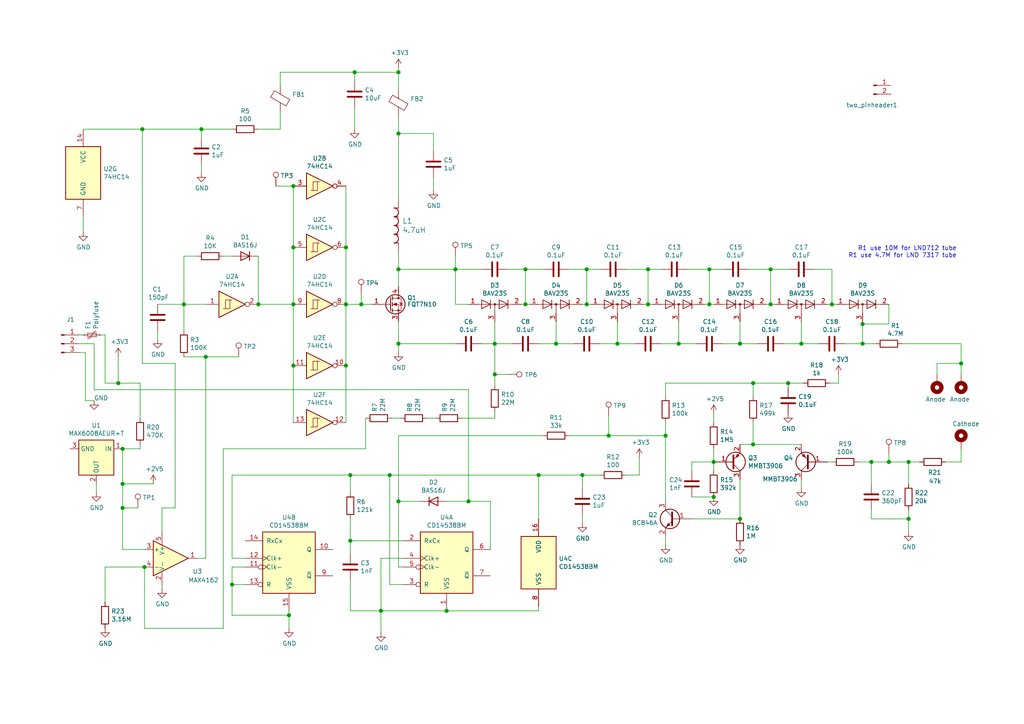
<source format=kicad_sch>
(kicad_sch (version 20210126) (generator eeschema)
  (paper "A4")
  (title_block (title "SafePulse") (date "2021-02-10") (rev "1.10") (company "SafeCast") (comment 1 "Double Sided Version") (comment 2 "A. Lind & R. Oudendijk"))
  (junction (at 34.29 111.125) (diameter 1.016))
  (junction (at 35.56 130.175) (diameter 1.016))
  (junction (at 35.56 140.335) (diameter 1.016))
  (junction (at 35.56 147.32) (diameter 1.016))
  (junction (at 41.275 37.465) (diameter 1.016))
  (junction (at 41.91 164.465) (diameter 1.016))
  (junction (at 53.34 88.265) (diameter 1.016))
  (junction (at 58.42 37.465) (diameter 1.016))
  (junction (at 59.69 103.505) (diameter 1.016))
  (junction (at 67.31 169.545) (diameter 1.016))
  (junction (at 74.93 88.265) (diameter 1.016))
  (junction (at 83.82 178.435) (diameter 1.016))
  (junction (at 85.09 53.975) (diameter 1.016))
  (junction (at 85.09 71.755) (diameter 1.016))
  (junction (at 85.09 88.265) (diameter 1.016))
  (junction (at 85.09 106.045) (diameter 1.016))
  (junction (at 100.33 71.755) (diameter 1.016))
  (junction (at 100.33 88.265) (diameter 1.016))
  (junction (at 100.33 106.045) (diameter 1.016))
  (junction (at 101.6 137.795) (diameter 1.016))
  (junction (at 101.6 156.845) (diameter 1.016))
  (junction (at 102.87 20.955) (diameter 1.016))
  (junction (at 104.775 88.265) (diameter 1.016))
  (junction (at 110.49 177.165) (diameter 1.016))
  (junction (at 113.03 137.795) (diameter 1.016))
  (junction (at 115.57 20.955) (diameter 1.016))
  (junction (at 115.57 38.735) (diameter 1.016))
  (junction (at 115.57 78.105) (diameter 1.016))
  (junction (at 115.57 99.695) (diameter 1.016))
  (junction (at 115.57 145.415) (diameter 1.016))
  (junction (at 129.54 177.165) (diameter 1.016))
  (junction (at 132.08 78.105) (diameter 1.016))
  (junction (at 135.89 145.415) (diameter 1.016))
  (junction (at 143.51 99.695) (diameter 1.016))
  (junction (at 143.51 108.585) (diameter 1.016))
  (junction (at 152.4 78.105) (diameter 1.016))
  (junction (at 152.4 88.265) (diameter 1.016))
  (junction (at 156.21 137.795) (diameter 1.016))
  (junction (at 161.29 99.695) (diameter 1.016))
  (junction (at 168.91 137.795) (diameter 1.016))
  (junction (at 170.18 78.105) (diameter 1.016))
  (junction (at 170.18 88.265) (diameter 1.016))
  (junction (at 176.53 126.365) (diameter 1.016))
  (junction (at 179.07 99.695) (diameter 1.016))
  (junction (at 187.96 78.105) (diameter 1.016))
  (junction (at 187.96 88.265) (diameter 1.016))
  (junction (at 193.04 126.365) (diameter 1.016))
  (junction (at 196.85 99.695) (diameter 1.016))
  (junction (at 205.74 78.105) (diameter 1.016))
  (junction (at 205.74 88.265) (diameter 1.016))
  (junction (at 207.01 133.985) (diameter 1.016))
  (junction (at 207.01 144.145) (diameter 1.016))
  (junction (at 214.63 99.695) (diameter 1.016))
  (junction (at 214.63 150.495) (diameter 1.016))
  (junction (at 218.44 111.125) (diameter 1.016))
  (junction (at 218.44 128.905) (diameter 1.016))
  (junction (at 223.52 78.105) (diameter 1.016))
  (junction (at 223.52 88.265) (diameter 1.016))
  (junction (at 228.6 111.125) (diameter 1.016))
  (junction (at 232.41 99.695) (diameter 1.016))
  (junction (at 241.3 88.265) (diameter 1.016))
  (junction (at 250.19 93.98) (diameter 1.016))
  (junction (at 250.19 99.695) (diameter 1.016))
  (junction (at 252.73 133.985) (diameter 1.016))
  (junction (at 257.81 133.985) (diameter 1.016))
  (junction (at 263.525 133.985) (diameter 1.016))
  (junction (at 263.525 150.495) (diameter 1.016))
  (junction (at 278.765 105.41) (diameter 1.016))
  (wire (pts (xy 22.86 97.155) (xy 24.13 97.155)))
  (wire (pts (xy 22.86 99.695) (xy 27.305 99.695)))
  (wire (pts (xy 22.86 102.235) (xy 24.765 102.235)))
  (wire (pts (xy 24.13 37.465) (xy 41.275 37.465)))
  (wire (pts (xy 24.13 62.865) (xy 24.13 67.31)))
  (wire (pts (xy 24.765 102.235) (xy 24.765 116.205)))
  (wire (pts (xy 24.765 116.205) (xy 27.305 116.205)))
  (wire (pts (xy 27.305 99.695) (xy 27.305 113.03)))
  (wire (pts (xy 27.305 113.03) (xy 135.89 113.03)))
  (wire (pts (xy 27.94 142.875) (xy 27.94 140.335)))
  (wire (pts (xy 29.21 97.155) (xy 30.48 97.155)))
  (wire (pts (xy 30.48 97.155) (xy 30.48 111.125)))
  (wire (pts (xy 30.48 111.125) (xy 34.29 111.125)))
  (wire (pts (xy 30.48 164.465) (xy 30.48 174.625)))
  (wire (pts (xy 34.29 103.505) (xy 34.29 111.125)))
  (wire (pts (xy 34.29 111.125) (xy 40.64 111.125)))
  (wire (pts (xy 35.56 130.175) (xy 35.56 140.335)))
  (wire (pts (xy 35.56 140.335) (xy 35.56 147.32)))
  (wire (pts (xy 35.56 147.32) (xy 35.56 159.385)))
  (wire (pts (xy 35.56 147.32) (xy 40.005 147.32)))
  (wire (pts (xy 40.64 111.125) (xy 40.64 121.285)))
  (wire (pts (xy 40.64 128.905) (xy 40.64 130.175)))
  (wire (pts (xy 40.64 130.175) (xy 35.56 130.175)))
  (wire (pts (xy 41.275 37.465) (xy 58.42 37.465)))
  (wire (pts (xy 41.275 105.41) (xy 41.275 37.465)))
  (wire (pts (xy 41.91 159.385) (xy 35.56 159.385)))
  (wire (pts (xy 41.91 164.465) (xy 30.48 164.465)))
  (wire (pts (xy 41.91 182.245) (xy 41.91 164.465)))
  (wire (pts (xy 44.45 140.335) (xy 35.56 140.335)))
  (wire (pts (xy 45.72 88.265) (xy 53.34 88.265)))
  (wire (pts (xy 45.72 95.885) (xy 45.72 98.425)))
  (wire (pts (xy 46.99 147.32) (xy 50.8 147.32)))
  (wire (pts (xy 46.99 154.305) (xy 46.99 147.32)))
  (wire (pts (xy 46.99 170.815) (xy 46.99 169.545)))
  (wire (pts (xy 50.8 105.41) (xy 41.275 105.41)))
  (wire (pts (xy 50.8 147.32) (xy 50.8 105.41)))
  (wire (pts (xy 53.34 74.295) (xy 53.34 88.265)))
  (wire (pts (xy 53.34 74.295) (xy 57.15 74.295)))
  (wire (pts (xy 53.34 88.265) (xy 53.34 95.885)))
  (wire (pts (xy 53.34 88.265) (xy 59.69 88.265)))
  (wire (pts (xy 53.34 103.505) (xy 59.69 103.505)))
  (wire (pts (xy 57.15 161.925) (xy 59.69 161.925)))
  (wire (pts (xy 58.42 40.005) (xy 58.42 37.465)))
  (wire (pts (xy 58.42 50.165) (xy 58.42 47.625)))
  (wire (pts (xy 59.69 103.505) (xy 69.215 103.505)))
  (wire (pts (xy 59.69 161.925) (xy 59.69 103.505)))
  (wire (pts (xy 64.77 74.295) (xy 67.31 74.295)))
  (wire (pts (xy 64.77 130.175) (xy 64.77 182.245)))
  (wire (pts (xy 64.77 130.175) (xy 106.045 130.175)))
  (wire (pts (xy 64.77 182.245) (xy 41.91 182.245)))
  (wire (pts (xy 67.31 37.465) (xy 58.42 37.465)))
  (wire (pts (xy 67.31 137.795) (xy 67.31 161.925)))
  (wire (pts (xy 67.31 161.925) (xy 71.12 161.925)))
  (wire (pts (xy 67.31 164.465) (xy 67.31 169.545)))
  (wire (pts (xy 67.31 169.545) (xy 67.31 178.435)))
  (wire (pts (xy 67.31 178.435) (xy 83.82 178.435)))
  (wire (pts (xy 71.12 164.465) (xy 67.31 164.465)))
  (wire (pts (xy 71.12 169.545) (xy 67.31 169.545)))
  (wire (pts (xy 74.93 37.465) (xy 81.28 37.465)))
  (wire (pts (xy 74.93 74.295) (xy 74.93 88.265)))
  (wire (pts (xy 74.93 88.265) (xy 85.09 88.265)))
  (wire (pts (xy 80.01 53.975) (xy 85.09 53.975)))
  (wire (pts (xy 81.28 20.955) (xy 102.87 20.955)))
  (wire (pts (xy 81.28 24.765) (xy 81.28 20.955)))
  (wire (pts (xy 81.28 37.465) (xy 81.28 32.385)))
  (wire (pts (xy 83.82 178.435) (xy 83.82 177.165)))
  (wire (pts (xy 83.82 182.245) (xy 83.82 178.435)))
  (wire (pts (xy 85.09 53.975) (xy 85.09 71.755)))
  (wire (pts (xy 85.09 71.755) (xy 85.09 88.265)))
  (wire (pts (xy 85.09 88.265) (xy 85.09 106.045)))
  (wire (pts (xy 85.09 106.045) (xy 85.09 122.555)))
  (wire (pts (xy 100.33 53.975) (xy 100.33 71.755)))
  (wire (pts (xy 100.33 71.755) (xy 100.33 88.265)))
  (wire (pts (xy 100.33 88.265) (xy 100.33 106.045)))
  (wire (pts (xy 100.33 88.265) (xy 104.775 88.265)))
  (wire (pts (xy 100.33 106.045) (xy 100.33 122.555)))
  (wire (pts (xy 101.6 137.795) (xy 67.31 137.795)))
  (wire (pts (xy 101.6 142.875) (xy 101.6 137.795)))
  (wire (pts (xy 101.6 150.495) (xy 101.6 156.845)))
  (wire (pts (xy 101.6 156.845) (xy 101.6 160.655)))
  (wire (pts (xy 101.6 168.275) (xy 101.6 177.165)))
  (wire (pts (xy 101.6 177.165) (xy 110.49 177.165)))
  (wire (pts (xy 102.87 20.955) (xy 115.57 20.955)))
  (wire (pts (xy 102.87 23.495) (xy 102.87 20.955)))
  (wire (pts (xy 102.87 31.115) (xy 102.87 37.465)))
  (wire (pts (xy 104.775 85.09) (xy 104.775 88.265)))
  (wire (pts (xy 104.775 88.265) (xy 107.95 88.265)))
  (wire (pts (xy 106.045 130.175) (xy 106.045 121.285)))
  (wire (pts (xy 110.49 161.925) (xy 110.49 177.165)))
  (wire (pts (xy 110.49 177.165) (xy 110.49 183.515)))
  (wire (pts (xy 110.49 177.165) (xy 129.54 177.165)))
  (wire (pts (xy 113.03 137.795) (xy 101.6 137.795)))
  (wire (pts (xy 113.03 137.795) (xy 156.21 137.795)))
  (wire (pts (xy 113.03 169.545) (xy 113.03 137.795)))
  (wire (pts (xy 113.665 121.285) (xy 116.205 121.285)))
  (wire (pts (xy 115.57 20.955) (xy 115.57 19.685)))
  (wire (pts (xy 115.57 26.035) (xy 115.57 20.955)))
  (wire (pts (xy 115.57 33.655) (xy 115.57 38.735)))
  (wire (pts (xy 115.57 38.735) (xy 115.57 57.785)))
  (wire (pts (xy 115.57 73.025) (xy 115.57 78.105)))
  (wire (pts (xy 115.57 78.105) (xy 132.08 78.105)))
  (wire (pts (xy 115.57 83.185) (xy 115.57 78.105)))
  (wire (pts (xy 115.57 93.345) (xy 115.57 99.695)))
  (wire (pts (xy 115.57 99.695) (xy 132.08 99.695)))
  (wire (pts (xy 115.57 102.235) (xy 115.57 99.695)))
  (wire (pts (xy 115.57 126.365) (xy 157.48 126.365)))
  (wire (pts (xy 115.57 145.415) (xy 115.57 126.365)))
  (wire (pts (xy 115.57 145.415) (xy 121.92 145.415)))
  (wire (pts (xy 115.57 164.465) (xy 115.57 145.415)))
  (wire (pts (xy 116.84 156.845) (xy 101.6 156.845)))
  (wire (pts (xy 116.84 161.925) (xy 110.49 161.925)))
  (wire (pts (xy 116.84 164.465) (xy 115.57 164.465)))
  (wire (pts (xy 116.84 169.545) (xy 113.03 169.545)))
  (wire (pts (xy 123.825 121.285) (xy 126.365 121.285)))
  (wire (pts (xy 125.73 38.735) (xy 115.57 38.735)))
  (wire (pts (xy 125.73 43.815) (xy 125.73 38.735)))
  (wire (pts (xy 125.73 55.245) (xy 125.73 51.435)))
  (wire (pts (xy 129.54 145.415) (xy 135.89 145.415)))
  (wire (pts (xy 129.54 177.165) (xy 156.21 177.165)))
  (wire (pts (xy 132.08 74.295) (xy 132.08 78.105)))
  (wire (pts (xy 132.08 78.105) (xy 132.08 88.265)))
  (wire (pts (xy 133.985 121.285) (xy 143.51 121.285)))
  (wire (pts (xy 135.89 88.265) (xy 132.08 88.265)))
  (wire (pts (xy 135.89 113.03) (xy 135.89 145.415)))
  (wire (pts (xy 135.89 145.415) (xy 142.24 145.415)))
  (wire (pts (xy 139.7 78.105) (xy 132.08 78.105)))
  (wire (pts (xy 139.7 99.695) (xy 143.51 99.695)))
  (wire (pts (xy 142.24 145.415) (xy 142.24 159.385)))
  (wire (pts (xy 143.51 93.345) (xy 143.51 99.695)))
  (wire (pts (xy 143.51 99.695) (xy 143.51 108.585)))
  (wire (pts (xy 143.51 99.695) (xy 148.59 99.695)))
  (wire (pts (xy 143.51 108.585) (xy 143.51 111.76)))
  (wire (pts (xy 143.51 108.585) (xy 147.32 108.585)))
  (wire (pts (xy 143.51 119.38) (xy 143.51 121.285)))
  (wire (pts (xy 151.13 88.265) (xy 152.4 88.265)))
  (wire (pts (xy 152.4 78.105) (xy 147.32 78.105)))
  (wire (pts (xy 152.4 88.265) (xy 152.4 78.105)))
  (wire (pts (xy 152.4 88.265) (xy 153.67 88.265)))
  (wire (pts (xy 156.21 99.695) (xy 161.29 99.695)))
  (wire (pts (xy 156.21 137.795) (xy 168.91 137.795)))
  (wire (pts (xy 156.21 150.495) (xy 156.21 137.795)))
  (wire (pts (xy 156.21 177.165) (xy 156.21 175.895)))
  (wire (pts (xy 157.48 78.105) (xy 152.4 78.105)))
  (wire (pts (xy 161.29 93.345) (xy 161.29 99.695)))
  (wire (pts (xy 161.29 99.695) (xy 166.37 99.695)))
  (wire (pts (xy 165.1 78.105) (xy 170.18 78.105)))
  (wire (pts (xy 165.1 126.365) (xy 176.53 126.365)))
  (wire (pts (xy 168.91 88.265) (xy 170.18 88.265)))
  (wire (pts (xy 168.91 137.795) (xy 173.99 137.795)))
  (wire (pts (xy 168.91 141.605) (xy 168.91 137.795)))
  (wire (pts (xy 168.91 149.225) (xy 168.91 151.765)))
  (wire (pts (xy 170.18 78.105) (xy 173.99 78.105)))
  (wire (pts (xy 170.18 88.265) (xy 170.18 78.105)))
  (wire (pts (xy 170.18 88.265) (xy 171.45 88.265)))
  (wire (pts (xy 173.99 99.695) (xy 179.07 99.695)))
  (wire (pts (xy 176.53 120.65) (xy 176.53 126.365)))
  (wire (pts (xy 176.53 126.365) (xy 193.04 126.365)))
  (wire (pts (xy 179.07 93.345) (xy 179.07 99.695)))
  (wire (pts (xy 179.07 99.695) (xy 184.15 99.695)))
  (wire (pts (xy 181.61 78.105) (xy 187.96 78.105)))
  (wire (pts (xy 181.61 137.795) (xy 185.42 137.795)))
  (wire (pts (xy 185.42 137.795) (xy 185.42 132.715)))
  (wire (pts (xy 186.69 88.265) (xy 187.96 88.265)))
  (wire (pts (xy 187.96 78.105) (xy 191.77 78.105)))
  (wire (pts (xy 187.96 88.265) (xy 187.96 78.105)))
  (wire (pts (xy 187.96 88.265) (xy 189.23 88.265)))
  (wire (pts (xy 191.77 99.695) (xy 196.85 99.695)))
  (wire (pts (xy 193.04 111.125) (xy 193.04 114.935)))
  (wire (pts (xy 193.04 111.125) (xy 218.44 111.125)))
  (wire (pts (xy 193.04 122.555) (xy 193.04 126.365)))
  (wire (pts (xy 193.04 126.365) (xy 193.04 145.415)))
  (wire (pts (xy 193.04 158.115) (xy 193.04 155.575)))
  (wire (pts (xy 196.85 93.345) (xy 196.85 99.695)))
  (wire (pts (xy 196.85 99.695) (xy 201.93 99.695)))
  (wire (pts (xy 199.39 78.105) (xy 205.74 78.105)))
  (wire (pts (xy 200.66 133.985) (xy 207.01 133.985)))
  (wire (pts (xy 200.66 136.525) (xy 200.66 133.985)))
  (wire (pts (xy 200.66 144.145) (xy 207.01 144.145)))
  (wire (pts (xy 200.66 150.495) (xy 214.63 150.495)))
  (wire (pts (xy 204.47 88.265) (xy 205.74 88.265)))
  (wire (pts (xy 205.74 78.105) (xy 209.55 78.105)))
  (wire (pts (xy 205.74 88.265) (xy 205.74 78.105)))
  (wire (pts (xy 205.74 88.265) (xy 207.01 88.265)))
  (wire (pts (xy 207.01 120.015) (xy 207.01 122.555)))
  (wire (pts (xy 207.01 130.175) (xy 207.01 133.985)))
  (wire (pts (xy 207.01 133.985) (xy 207.01 136.525)))
  (wire (pts (xy 209.55 99.695) (xy 214.63 99.695)))
  (wire (pts (xy 214.63 93.345) (xy 214.63 99.695)))
  (wire (pts (xy 214.63 99.695) (xy 219.71 99.695)))
  (wire (pts (xy 214.63 128.905) (xy 218.44 128.905)))
  (wire (pts (xy 214.63 139.065) (xy 214.63 150.495)))
  (wire (pts (xy 217.17 78.105) (xy 223.52 78.105)))
  (wire (pts (xy 218.44 111.125) (xy 218.44 114.935)))
  (wire (pts (xy 218.44 111.125) (xy 228.6 111.125)))
  (wire (pts (xy 218.44 122.555) (xy 218.44 128.905)))
  (wire (pts (xy 218.44 128.905) (xy 232.41 128.905)))
  (wire (pts (xy 222.25 88.265) (xy 223.52 88.265)))
  (wire (pts (xy 223.52 78.105) (xy 228.6 78.105)))
  (wire (pts (xy 223.52 88.265) (xy 223.52 78.105)))
  (wire (pts (xy 223.52 88.265) (xy 224.79 88.265)))
  (wire (pts (xy 227.33 99.695) (xy 232.41 99.695)))
  (wire (pts (xy 228.6 111.125) (xy 228.6 112.395)))
  (wire (pts (xy 228.6 111.125) (xy 233.045 111.125)))
  (wire (pts (xy 232.41 93.345) (xy 232.41 99.695)))
  (wire (pts (xy 232.41 99.695) (xy 237.49 99.695)))
  (wire (pts (xy 232.41 141.605) (xy 232.41 139.065)))
  (wire (pts (xy 236.22 78.105) (xy 241.3 78.105)))
  (wire (pts (xy 240.03 88.265) (xy 241.3 88.265)))
  (wire (pts (xy 240.03 133.985) (xy 241.3 133.985)))
  (wire (pts (xy 240.665 111.125) (xy 243.205 111.125)))
  (wire (pts (xy 241.3 78.105) (xy 241.3 88.265)))
  (wire (pts (xy 241.3 88.265) (xy 242.57 88.265)))
  (wire (pts (xy 243.205 111.125) (xy 243.205 108.585)))
  (wire (pts (xy 245.11 99.695) (xy 250.19 99.695)))
  (wire (pts (xy 248.92 133.985) (xy 252.73 133.985)))
  (wire (pts (xy 250.19 93.345) (xy 250.19 93.98)))
  (wire (pts (xy 250.19 93.98) (xy 250.19 99.695)))
  (wire (pts (xy 250.19 93.98) (xy 257.81 93.98)))
  (wire (pts (xy 250.19 99.695) (xy 254 99.695)))
  (wire (pts (xy 252.73 133.985) (xy 252.73 140.335)))
  (wire (pts (xy 252.73 133.985) (xy 257.81 133.985)))
  (wire (pts (xy 252.73 147.955) (xy 252.73 150.495)))
  (wire (pts (xy 252.73 150.495) (xy 263.525 150.495)))
  (wire (pts (xy 257.81 93.98) (xy 257.81 88.265)))
  (wire (pts (xy 257.81 131.445) (xy 257.81 133.985)))
  (wire (pts (xy 257.81 133.985) (xy 263.525 133.985)))
  (wire (pts (xy 261.62 99.695) (xy 278.765 99.695)))
  (wire (pts (xy 263.525 133.985) (xy 263.525 140.335)))
  (wire (pts (xy 263.525 133.985) (xy 266.7 133.985)))
  (wire (pts (xy 263.525 147.955) (xy 263.525 150.495)))
  (wire (pts (xy 263.525 150.495) (xy 263.525 154.305)))
  (wire (pts (xy 271.78 105.41) (xy 278.765 105.41)))
  (wire (pts (xy 271.78 108.585) (xy 271.78 105.41)))
  (wire (pts (xy 274.32 133.985) (xy 278.765 133.985)))
  (wire (pts (xy 278.765 99.695) (xy 278.765 105.41)))
  (wire (pts (xy 278.765 105.41) (xy 278.765 108.585)))
  (wire (pts (xy 278.765 133.985) (xy 278.765 130.175)))
  (text "R1 use 10M for LND712 tube\nR1 use 4.7M for LND 7317 tube" (at 277.495 74.93 0) (effects (font (size 1.27 1.27)) (justify right bottom)))
  (symbol (lib_id "Connector:TestPoint") (at 40.005 147.32 0) (unit 1) (in_bom no)
    (property "Reference" "TP1" (at 41.402 144.329 0) (effects (justify left)))
    (property "Value" "TestPoint" (effects hide))
    (property "Footprint" "TestPoint:TestPoint_Pad_1.0x1.0mm" (effects hide))
  )
  (symbol (lib_id "Connector:TestPoint") (at 69.215 103.505 0) (unit 1) (in_bom no)
    (property "Reference" "TP2" (at 70.612 100.514 0) (effects (justify left)))
    (property "Value" "TestPoint" (effects hide))
    (property "Footprint" "TestPoint:TestPoint_Pad_1.0x1.0mm" (effects hide))
  )
  (symbol (lib_id "Connector:TestPoint") (at 80.01 53.975 0) (unit 1) (in_bom no)
    (property "Reference" "TP3" (at 81.407 50.984 0) (effects (justify left)))
    (property "Value" "TestPoint" (effects hide))
    (property "Footprint" "TestPoint:TestPoint_Pad_1.0x1.0mm" (effects hide))
  )
  (symbol (lib_id "Connector:TestPoint") (at 104.775 85.09 0) (unit 1) (in_bom no)
    (property "Reference" "TP4" (at 106.172 82.099 0) (effects (justify left)))
    (property "Value" "TestPoint" (effects hide))
    (property "Footprint" "TestPoint:TestPoint_Pad_1.0x1.0mm" (effects hide))
  )
  (symbol (lib_id "Connector:TestPoint") (at 132.08 74.295 0) (unit 1) (in_bom no)
    (property "Reference" "TP5" (at 133.477 71.304 0) (effects (justify left)))
    (property "Value" "TestPoint" (effects hide))
    (property "Footprint" "TestPoint:TestPoint_Pad_1.0x1.0mm" (effects hide))
  )
  (symbol (lib_id "Connector:TestPoint") (at 147.32 108.585 270) (unit 1) (in_bom no)
    (property "Reference" "TP6" (at 152.216 108.712 90) (effects (justify left)))
    (property "Value" "TestPoint" (effects hide))
    (property "Footprint" "TestPoint:TestPoint_Pad_1.0x1.0mm" (effects hide))
  )
  (symbol (lib_id "Connector:TestPoint") (at 176.53 120.65 0) (unit 1) (in_bom no)
    (property "Reference" "TP9" (at 177.927 117.659 0) (effects (justify left)))
    (property "Value" "TestPoint" (effects hide))
    (property "Footprint" "TestPoint:TestPoint_Pad_1.0x1.0mm" (effects hide))
  )
  (symbol (lib_id "Connector:TestPoint") (at 257.81 131.445 0) (unit 1) (in_bom no)
    (property "Reference" "TP8" (at 259.207 128.454 0) (effects (justify left)))
    (property "Value" "TestPoint" (effects hide))
    (property "Footprint" "TestPoint:TestPoint_Pad_1.0x1.0mm" (effects hide))
  )
  (symbol (lib_id "power:+3.3V") (at 34.29 103.505 0) (unit 1)
    (property "Reference" "#PWR04" (effects hide))
    (property "Value" "+3.3V" (at 34.671 99.1108 0))
  )
  (symbol (lib_id "power:+2V5") (at 44.45 140.335 0) (unit 1)
    (property "Reference" "#PWR08" (effects hide))
    (property "Value" "+2V5" (at 44.8183 136.0106 0))
  )
  (symbol (lib_id "power:+3.3V") (at 115.57 19.685 0) (unit 1)
    (property "Reference" "#PWR013" (effects hide))
    (property "Value" "+3.3V" (at 115.951 15.2908 0))
  )
  (symbol (lib_id "power:+3.3V") (at 185.42 132.715 0) (unit 1)
    (property "Reference" "#PWR017" (effects hide))
    (property "Value" "+3.3V" (at 185.801 128.3208 0))
  )
  (symbol (lib_id "power:+2V5") (at 207.01 120.015 0) (unit 1)
    (property "Reference" "#PWR019" (effects hide))
    (property "Value" "+2V5" (at 207.3783 115.6906 0))
  )
  (symbol (lib_id "power:+3V3") (at 243.205 108.585 0) (unit 1)
    (property "Reference" "#PWR024" (effects hide))
    (property "Value" "+3V3" (at 243.5733 104.2606 0))
  )
  (symbol (lib_id "power:GND") (at 24.13 67.31 0) (unit 1)
    (property "Reference" "#PWR03" (effects hide))
    (property "Value" "GND" (at 24.257 71.7042 0))
  )
  (symbol (lib_id "power:GND") (at 27.305 116.205 0) (unit 1)
    (property "Reference" "#PWR05" (effects hide))
    (property "Value" "GND" (at 29.3243 115.4494 0))
  )
  (symbol (lib_id "power:GND") (at 27.94 142.875 0) (unit 1)
    (property "Reference" "#PWR01" (effects hide))
    (property "Value" "GND" (at 28.067 147.2692 0))
  )
  (symbol (lib_id "power:GND") (at 30.48 182.245 0) (unit 1)
    (property "Reference" "#PWR02" (effects hide))
    (property "Value" "GND" (at 30.607 186.6392 0))
  )
  (symbol (lib_id "power:GND") (at 45.72 98.425 0) (unit 1)
    (property "Reference" "#PWR06" (effects hide))
    (property "Value" "GND" (at 45.847 102.8192 0))
  )
  (symbol (lib_id "power:GND") (at 46.99 170.815 0) (unit 1)
    (property "Reference" "#PWR07" (effects hide))
    (property "Value" "GND" (at 47.117 175.2092 0))
  )
  (symbol (lib_id "power:GND") (at 58.42 50.165 0) (unit 1)
    (property "Reference" "#PWR09" (effects hide))
    (property "Value" "GND" (at 58.547 54.5592 0))
  )
  (symbol (lib_id "power:GND") (at 83.82 182.245 0) (unit 1)
    (property "Reference" "#PWR010" (effects hide))
    (property "Value" "GND" (at 83.947 186.6392 0))
  )
  (symbol (lib_id "power:GND") (at 102.87 37.465 0) (unit 1)
    (property "Reference" "#PWR011" (effects hide))
    (property "Value" "GND" (at 102.997 41.8592 0))
  )
  (symbol (lib_id "power:GND") (at 110.49 183.515 0) (unit 1)
    (property "Reference" "#PWR012" (effects hide))
    (property "Value" "GND" (at 110.617 187.9092 0))
  )
  (symbol (lib_id "power:GND") (at 115.57 102.235 0) (unit 1)
    (property "Reference" "#PWR014" (effects hide))
    (property "Value" "GND" (at 115.697 106.6292 0))
  )
  (symbol (lib_id "power:GND") (at 125.73 55.245 0) (unit 1)
    (property "Reference" "#PWR015" (effects hide))
    (property "Value" "GND" (at 125.857 59.6392 0))
  )
  (symbol (lib_id "power:GND") (at 168.91 151.765 0) (unit 1)
    (property "Reference" "#PWR016" (effects hide))
    (property "Value" "GND" (at 169.037 156.1592 0))
  )
  (symbol (lib_id "power:GND") (at 193.04 158.115 0) (unit 1)
    (property "Reference" "#PWR018" (effects hide))
    (property "Value" "GND" (at 193.167 162.5092 0))
  )
  (symbol (lib_id "power:GND") (at 207.01 144.145 0) (unit 1)
    (property "Reference" "#PWR020" (effects hide))
    (property "Value" "GND" (at 207.1243 148.4694 0))
  )
  (symbol (lib_id "power:GND") (at 214.63 158.115 0) (unit 1)
    (property "Reference" "#PWR021" (effects hide))
    (property "Value" "GND" (at 214.7443 162.4394 0))
  )
  (symbol (lib_id "power:GND") (at 228.6 120.015 0) (unit 1)
    (property "Reference" "#PWR022" (effects hide))
    (property "Value" "GND" (at 228.7143 124.3394 0))
  )
  (symbol (lib_id "power:GND") (at 232.41 141.605 0) (unit 1)
    (property "Reference" "#PWR023" (effects hide))
    (property "Value" "GND" (at 232.537 145.9992 0))
  )
  (symbol (lib_id "power:GND") (at 263.525 154.305 0) (unit 1)
    (property "Reference" "#PWR025" (effects hide))
    (property "Value" "GND" (at 263.6393 158.6294 0))
  )
  (symbol (lib_id "Device:Polyfuse_Small") (at 26.67 97.155 90) (unit 1)
    (property "Reference" "F1" (at 25.521 95.504 0) (effects (justify left)))
    (property "Value" "Polyfuse" (at 27.8193 95.5039 0) (effects (justify left)))
    (property "Footprint" "Resistor_SMD:R_0805_2012Metric" (effects hide))
    (property "Datasheet" "https://www.digikey.com/en/products/detail/murata-electronics/PRG21BC0R2MM1RA/966726" (effects hide))
  )
  (symbol (lib_id "Device:R") (at 30.48 178.435 0) (unit 1)
    (property "Reference" "R23" (at 32.258 177.267 0) (effects (justify left)))
    (property "Value" "3.16M" (at 32.258 179.578 0) (effects (justify left)))
    (property "Footprint" "Resistor_SMD:R_0805_2012Metric" (effects hide))
    (property "Datasheet" "https://www.digikey.com/en/products/detail/yageo/RC0805FR-073M16L/727809" (effects hide))
  )
  (symbol (lib_id "Device:R") (at 40.64 125.095 0) (unit 1)
    (property "Reference" "R20" (at 42.418 123.927 0) (effects (justify left)))
    (property "Value" "470K" (at 42.418 126.238 0) (effects (justify left)))
    (property "Footprint" "Resistor_SMD:R_0805_2012Metric" (effects hide))
    (property "Datasheet" "https://www.digikey.com/en/products/detail/te-connectivity-passive-product/CRG0805F470K/2380908" (effects hide))
  )
  (symbol (lib_id "Device:R") (at 53.34 99.695 0) (unit 1)
    (property "Reference" "R3" (at 55.118 98.5266 0) (effects (justify left)))
    (property "Value" "100K" (at 55.118 100.838 0) (effects (justify left)))
    (property "Footprint" "Resistor_SMD:R_0805_2012Metric" (effects hide))
    (property "Datasheet" "https://www.digikey.com/en/products/detail/stackpole-electronics-inc/RMCF0805FT100K/1760712" (effects hide))
  )
  (symbol (lib_id "Device:R") (at 60.96 74.295 90) (unit 1)
    (property "Reference" "R4" (at 60.96 69.0372 90))
    (property "Value" "10K" (at 60.96 71.349 90))
    (property "Footprint" "Resistor_SMD:R_0805_2012Metric" (effects hide))
    (property "Datasheet" "https://www.digikey.com/en/products/detail/stackpole-electronics-https://www.digikey.com/en/products/detail/stackpole-electronics-inc/RNCP0805FTD10K0/2240262" (effects hide))
  )
  (symbol (lib_id "Device:R") (at 71.12 37.465 90) (unit 1)
    (property "Reference" "R5" (at 71.12 32.2072 90))
    (property "Value" "100" (at 71.12 34.519 90))
    (property "Footprint" "Resistor_SMD:R_0805_2012Metric" (effects hide))
    (property "Datasheet" "https://www.digikey.com/en/products/detail/te-connectivity-passive-product/CRG0805F100R/2380830" (effects hide))
  )
  (symbol (lib_id "Device:R") (at 101.6 146.685 0) (unit 1)
    (property "Reference" "R6" (at 103.378 145.5166 0) (effects (justify left)))
    (property "Value" "121k" (at 103.378 147.828 0) (effects (justify left)))
    (property "Footprint" "Resistor_SMD:R_0805_2012Metric" (effects hide))
    (property "Datasheet" "https://www.digikey.com/en/products/detail/koa-speer-electronics-inc/RK73H2ATTD1213F/10235721" (effects hide))
  )
  (symbol (lib_id "Device:R") (at 109.855 121.285 90) (unit 1)
    (property "Reference" "R7" (at 108.6866 119.507 0) (effects (justify left)))
    (property "Value" "22M" (at 110.998 119.507 0) (effects (justify left)))
    (property "Footprint" "Resistor_SMD:R_0805_2012Metric" (effects hide))
    (property "Datasheet" "https://www.digikey.com/en/products/detail/stackpole-electronics-inc/RMCF0805FT22M0/6053747" (effects hide))
  )
  (symbol (lib_id "Device:R") (at 120.015 121.285 90) (unit 1)
    (property "Reference" "R8" (at 118.8466 119.507 0) (effects (justify left)))
    (property "Value" "22M" (at 121.158 119.507 0) (effects (justify left)))
    (property "Footprint" "Resistor_SMD:R_0805_2012Metric" (effects hide))
    (property "Datasheet" "https://www.digikey.com/en/products/detail/stackpole-electronics-inc/RMCF0805FT22M0/6053747" (effects hide))
  )
  (symbol (lib_id "Device:R") (at 130.175 121.285 90) (unit 1)
    (property "Reference" "R9" (at 129.0066 119.507 0) (effects (justify left)))
    (property "Value" "22M" (at 131.318 119.507 0) (effects (justify left)))
    (property "Footprint" "Resistor_SMD:R_0805_2012Metric" (effects hide))
    (property "Datasheet" "https://www.digikey.com/en/products/detail/stackpole-electronics-inc/RMCF0805FT22M0/6053747" (effects hide))
  )
  (symbol (lib_id "Device:R") (at 143.51 115.57 0) (unit 1)
    (property "Reference" "R10" (at 145.288 114.4016 0) (effects (justify left)))
    (property "Value" "22M" (at 145.288 116.713 0) (effects (justify left)))
    (property "Footprint" "Resistor_SMD:R_0805_2012Metric" (effects hide))
    (property "Datasheet" "https://www.digikey.com/en/products/detail/stackpole-electronics-inc/RMCF0805FT22M0/6053747" (effects hide))
  )
  (symbol (lib_id "Device:R") (at 161.29 126.365 90) (unit 1)
    (property "Reference" "R11" (at 161.29 121.1072 90))
    (property "Value" "33k" (at 161.29 123.4186 90))
    (property "Footprint" "Resistor_SMD:R_0805_2012Metric" (effects hide))
    (property "Datasheet" "https://www.digikey.com/en/products/detail/te-connectivity-passive-product/CRGCQ0805F33K/8576369" (effects hide))
  )
  (symbol (lib_id "Device:R") (at 177.8 137.795 270) (unit 1)
    (property "Reference" "R12" (at 177.8 132.5372 90))
    (property "Value" "100" (at 177.8 134.8486 90))
    (property "Footprint" "Resistor_SMD:R_0805_2012Metric" (effects hide))
    (property "Datasheet" "https://www.digikey.com/en/products/detail/te-connectivity-passive-product/CRG0805F100R/2380830" (effects hide))
  )
  (symbol (lib_id "Device:R") (at 193.04 118.745 0) (unit 1)
    (property "Reference" "R13" (at 194.8181 117.5956 0) (effects (justify left)))
    (property "Value" "100k" (at 194.818 119.894 0) (effects (justify left)))
    (property "Footprint" "Resistor_SMD:R_0805_2012Metric" (effects hide))
    (property "Datasheet" "https://www.digikey.com/en/products/detail/stackpole-electronics-inc/RMCF0805FT100K/1760712" (effects hide))
  )
  (symbol (lib_id "Device:R") (at 207.01 126.365 0) (unit 1)
    (property "Reference" "R14" (at 208.7881 125.2156 0) (effects (justify left)))
    (property "Value" "1M5" (at 208.788 127.514 0) (effects (justify left)))
    (property "Footprint" "Resistor_SMD:R_0805_2012Metric" (effects hide))
    (property "Datasheet" "https://www.digikey.com/en/products/detail/vishay-dale/CRCW08051M50FKEA/1176034" (effects hide))
  )
  (symbol (lib_id "Device:R") (at 207.01 140.335 0) (unit 1)
    (property "Reference" "R15" (at 208.7881 139.1856 0) (effects (justify left)))
    (property "Value" "392k" (at 208.788 141.484 0) (effects (justify left)))
    (property "Footprint" "Resistor_SMD:R_0805_2012Metric" (effects hide))
    (property "Datasheet" "https://www.digikey.com/en/products/detail/yageo/RC0805FR-07392KL/727905" (effects hide))
  )
  (symbol (lib_id "Device:R") (at 214.63 154.305 0) (unit 1)
    (property "Reference" "R16" (at 216.4081 153.1556 0) (effects (justify left)))
    (property "Value" "1M" (at 216.408 155.454 0) (effects (justify left)))
    (property "Footprint" "Resistor_SMD:R_0805_2012Metric" (effects hide))
    (property "Datasheet" "https://www.digikey.com/en/products/detail/yageo/RT0805FRE071ML/1079056" (effects hide))
  )
  (symbol (lib_id "Device:R") (at 218.44 118.745 0) (unit 1)
    (property "Reference" "R17" (at 220.2181 117.5956 0) (effects (justify left)))
    (property "Value" "499k" (at 220.218 119.894 0) (effects (justify left)))
    (property "Footprint" "Resistor_SMD:R_0805_2012Metric" (effects hide))
    (property "Datasheet" "https://www.digikey.com/en/products/detail/stackpole-electronics-inc/RMCF0805FT499K/1760301" (effects hide))
  )
  (symbol (lib_id "Device:R") (at 236.855 111.125 90) (unit 1)
    (property "Reference" "R18" (at 236.855 105.8988 90))
    (property "Value" "1k" (at 236.855 108.197 90))
    (property "Footprint" "Resistor_SMD:R_0805_2012Metric" (effects hide))
    (property "Datasheet" "https://www.digikey.com/en/products/detail/yageo/RT0805FRE071KL/1079055" (effects hide))
  )
  (symbol (lib_id "Device:R") (at 245.11 133.985 90) (unit 1)
    (property "Reference" "R19" (at 245.11 128.7588 90))
    (property "Value" "100k" (at 245.11 131.058 90))
    (property "Footprint" "Resistor_SMD:R_0805_2012Metric" (effects hide))
    (property "Datasheet" "https://www.digikey.com/en/products/detail/stackpole-electronics-inc/RMCF0805FT100K/1760712" (effects hide))
  )
  (symbol (lib_id "Device:R") (at 257.81 99.695 90) (unit 1)
    (property "Reference" "R1" (at 259.715 94.437 90))
    (property "Value" "4.7M" (at 259.715 96.749 90))
    (property "Footprint" "Resistor_SMD:R_1206_3216Metric" (effects hide))
    (property "Datasheet" "https://www.digikey.com/en/products/detail/rohm-semiconductor/KTR18EZPF4704/1983735" (effects hide))
  )
  (symbol (lib_id "Device:R") (at 263.525 144.145 0) (unit 1)
    (property "Reference" "R22" (at 265.3031 142.9956 0) (effects (justify left)))
    (property "Value" "20k" (at 265.303 145.294 0) (effects (justify left)))
    (property "Footprint" "Resistor_SMD:R_0805_2012Metric" (effects hide))
    (property "Datasheet" "https://www.digikey.com/en/products/detail/panasonic-electronic-components/ERJ-6ENF2002V/111532" (effects hide))
  )
  (symbol (lib_id "Device:R") (at 270.51 133.985 270) (unit 1)
    (property "Reference" "R21" (at 269.1194 137.0331 90) (effects (justify left)))
    (property "Value" "47k" (at 269.361 139.573 90) (effects (justify left)))
    (property "Footprint" "Resistor_SMD:R_0805_2012Metric" (effects hide))
    (property "Datasheet" "https://www.digikey.com/en/products/detail/yageo/RC0805FR-0747KL/727973" (effects hide))
  )
  (symbol (lib_id "Mechanical:MountingHole_Pad") (at 271.78 111.125 180) (unit 1)
    (property "Reference" "H4" (effects hide))
    (property "Value" "Anode" (at 274.32 115.818 0) (effects (justify left)))
    (property "Footprint" "TestPoint:TestPoint_Loop_D3.50mm_Drill1.4mm_Beaded" (effects hide))
  )
  (symbol (lib_id "Mechanical:MountingHole_Pad") (at 278.765 111.125 180) (unit 1)
    (property "Reference" "H2" (effects hide))
    (property "Value" "Anode" (at 281.305 115.818 0) (effects (justify left)))
    (property "Footprint" "TestPoint:TestPoint_Loop_D3.50mm_Drill1.4mm_Beaded" (effects hide))
  )
  (symbol (lib_id "Mechanical:MountingHole_Pad") (at 278.765 127.635 0) (unit 1)
    (property "Reference" "H1" (effects hide))
    (property "Value" "Cathode" (at 276.225 122.942 0) (effects (justify left)))
    (property "Footprint" "TestPoint:TestPoint_Loop_D2.60mm_Drill1.4mm_Beaded" (effects hide))
  )
  (symbol (lib_id "Diode:1N4148W") (at 71.12 74.295 180) (unit 1)
    (property "Reference" "D1" (at 71.12 68.7832 0))
    (property "Value" "BAS16J" (at 71.12 71.095 0))
    (property "Footprint" "Diode_SMD:D_SOD-323" (effects hide))
    (property "Datasheet" "https://www.digikey.com/en/products/detail/nexperia-usa-inc/BAS16J135/2405996" (effects hide))
  )
  (symbol (lib_id "Diode:1N4148W") (at 125.73 145.415 0) (unit 1)
    (property "Reference" "D2" (at 125.73 139.9032 0))
    (property "Value" "BAS16J" (at 125.73 142.215 0))
    (property "Footprint" "Diode_SMD:D_SOD-323" (effects hide))
    (property "Datasheet" "https://www.digikey.com/en/products/detail/nexperia-usa-inc/BAS16J135/2405996" (effects hide))
  )
  (symbol (lib_id "Connector:Conn_01x02_Male") (at 253.365 24.765 0) (unit 1)
    (property "Reference" "two_pinheader1" (at 252.882 30.461 0))
    (property "Value" "Conn_01x03_Male" (effects hide))
    (property "Footprint" "Connector_PinHeader_2.54mm:PinHeader_1x02_P2.54mm_Vertical" (effects hide))
  )
  (symbol (lib_id "2021-01-06_02-33-04:NRS6020T2R2NMGJ") (at 115.57 73.025 90) (unit 1)
    (property "Reference" "L1" (at 116.6876 64.0588 90) (effects (font (size 1.524 1.524)) (justify right)))
    (property "Value" "4.7uH" (at 116.688 66.751 90) (effects (font (size 1.524 1.524)) (justify right)))
    (property "Footprint" "Inductor_SMD:L_Taiyo-Yuden_MD-4040" (effects hide))
    (property "Datasheet" "https://www.digikey.com/en/products/detail/taiyo-yuden/MDWK4040T4R7MM/5880041" (effects hide))
  )
  (symbol (lib_id "Device:C") (at 45.72 92.075 0) (unit 1)
    (property "Reference" "C1" (at 44.196 83.9216 0) (effects (justify left)))
    (property "Value" "150pF" (at 42.926 86.233 0) (effects (justify left)))
    (property "Footprint" "Capacitor_SMD:C_0805_2012Metric" (effects hide))
    (property "Datasheet" "https://www.digikey.com/en/products/detail/w%C3%BCrth-elektronik/885012207111/9346002" (effects hide))
  )
  (symbol (lib_id "Device:C") (at 58.42 43.815 0) (unit 1)
    (property "Reference" "C2" (at 61.341 42.6466 0) (effects (justify left)))
    (property "Value" "1uF" (at 61.341 44.958 0) (effects (justify left)))
    (property "Footprint" "Capacitor_SMD:C_0805_2012Metric" (effects hide))
    (property "Datasheet" "https://www.digikey.com/en/products/detail/samsung-electro-mechanics/CL21B105KOFNNNG/3894469" (effects hide))
  )
  (symbol (lib_id "Device:C") (at 101.6 164.465 0) (unit 1)
    (property "Reference" "C3" (at 104.521 163.2966 0) (effects (justify left)))
    (property "Value" "1nF" (at 104.521 165.608 0) (effects (justify left)))
    (property "Footprint" "Capacitor_SMD:C_0805_2012Metric" (effects hide))
    (property "Datasheet" "https://www.digikey.jp/product-detail/en/CL21B105KOFNNNG/1276-6471-1-ND/5958099/?itemSeq=353431115" (effects hide))
  )
  (symbol (lib_id "Device:C") (at 102.87 27.305 0) (unit 1)
    (property "Reference" "C4" (at 105.791 26.1366 0) (effects (justify left)))
    (property "Value" "10uF" (at 105.791 28.448 0) (effects (justify left)))
    (property "Footprint" "Capacitor_SMD:C_1210_3225Metric" (effects hide))
    (property "Datasheet" "https://www.digikey.com/en/products/detail/taiyo-yuden/EMK325BJ106KN-T/930729" (effects hide))
  )
  (symbol (lib_id "Device:C") (at 125.73 47.625 0) (unit 1)
    (property "Reference" "C5" (at 128.651 46.4566 0) (effects (justify left)))
    (property "Value" "1uF" (at 128.651 48.768 0) (effects (justify left)))
    (property "Footprint" "Capacitor_SMD:C_0805_2012Metric" (effects hide))
    (property "Datasheet" "https://www.digikey.com/en/products/detail/samsung-electro-mechanics/CL21B105KOFNNNG/3894469" (effects hide))
  )
  (symbol (lib_id "Device:C") (at 135.89 99.695 90) (unit 1)
    (property "Reference" "C6" (at 135.89 93.2942 90))
    (property "Value" "0.1uF" (at 135.89 95.6056 90))
    (property "Footprint" "Capacitor_SMD:C_0805_2012Metric" (effects hide))
    (property "Datasheet" "https://www.digikey.com/en/products/detail/tdk-corporation/C2012X7T2E104K125AA/2733184" (effects hide))
  )
  (symbol (lib_id "Device:C") (at 143.51 78.105 90) (unit 1)
    (property "Reference" "C7" (at 143.51 71.7042 90))
    (property "Value" "0.1uF" (at 143.51 74.0156 90))
    (property "Footprint" "Capacitor_SMD:C_0805_2012Metric" (effects hide))
    (property "Datasheet" "https://www.digikey.com/en/products/detail/tdk-corporation/C2012X7T2E104K125AA/2733184" (effects hide))
  )
  (symbol (lib_id "Device:C") (at 152.4 99.695 90) (unit 1)
    (property "Reference" "C8" (at 152.4 93.2942 90))
    (property "Value" "0.1uF" (at 152.4 95.6056 90))
    (property "Footprint" "Capacitor_SMD:C_0805_2012Metric" (effects hide))
    (property "Datasheet" "https://www.digikey.com/en/products/detail/tdk-corporation/C2012X7T2E104K125AA/2733184" (effects hide))
  )
  (symbol (lib_id "Device:C") (at 161.29 78.105 90) (unit 1)
    (property "Reference" "C9" (at 161.29 71.7042 90))
    (property "Value" "0.1uF" (at 161.29 74.0156 90))
    (property "Footprint" "Capacitor_SMD:C_0805_2012Metric" (effects hide))
    (property "Datasheet" "https://www.digikey.com/en/products/detail/tdk-corporation/C2012X7T2E104K125AA/2733184" (effects hide))
  )
  (symbol (lib_id "Device:C") (at 168.91 145.415 0) (unit 1)
    (property "Reference" "C23" (at 171.831 144.247 0) (effects (justify left)))
    (property "Value" "1uF" (at 171.831 146.558 0) (effects (justify left)))
    (property "Footprint" "Capacitor_SMD:C_0805_2012Metric" (effects hide))
    (property "Datasheet" "https://www.digikey.com/en/products/detail/samsung-electro-mechanics/CL21B105KOFNNNG/3894469" (effects hide))
  )
  (symbol (lib_id "Device:C") (at 170.18 99.695 90) (unit 1)
    (property "Reference" "C10" (at 170.18 93.294 90))
    (property "Value" "0.1uF" (at 170.18 95.6056 90))
    (property "Footprint" "Capacitor_SMD:C_0805_2012Metric" (effects hide))
    (property "Datasheet" "https://www.digikey.com/en/products/detail/tdk-corporation/C2012X7T2E104K125AA/2733184" (effects hide))
  )
  (symbol (lib_id "Device:C") (at 177.8 78.105 90) (unit 1)
    (property "Reference" "C11" (at 177.8 71.704 90))
    (property "Value" "0.1uF" (at 177.8 74.0156 90))
    (property "Footprint" "Capacitor_SMD:C_0805_2012Metric" (effects hide))
    (property "Datasheet" "https://www.digikey.com/en/products/detail/tdk-corporation/C2012X7T2E104K125AA/2733184" (effects hide))
  )
  (symbol (lib_id "Device:C") (at 187.96 99.695 90) (unit 1)
    (property "Reference" "C12" (at 187.96 93.294 90))
    (property "Value" "0.1uF" (at 187.96 95.6056 90))
    (property "Footprint" "Capacitor_SMD:C_0805_2012Metric" (effects hide))
    (property "Datasheet" "https://www.digikey.com/en/products/detail/tdk-corporation/C2012X7T2E104K125AA/2733184" (effects hide))
  )
  (symbol (lib_id "Device:C") (at 195.58 78.105 90) (unit 1)
    (property "Reference" "C13" (at 195.58 71.704 90))
    (property "Value" "0.1uF" (at 195.58 74.0156 90))
    (property "Footprint" "Capacitor_SMD:C_0805_2012Metric" (effects hide))
    (property "Datasheet" "https://www.digikey.com/en/products/detail/tdk-corporation/C2012X7T2E104K125AA/2733184" (effects hide))
  )
  (symbol (lib_id "Device:C") (at 200.66 140.335 0) (unit 1)
    (property "Reference" "C24" (at 194.0561 139.1856 0) (effects (justify left)))
    (property "Value" "1nF" (at 194.056 141.484 0) (effects (justify left)))
    (property "Footprint" "Capacitor_SMD:C_0805_2012Metric" (effects hide))
    (property "Datasheet" "https://www.digikey.jp/product-detail/en/CL21B105KOFNNNG/1276-6471-1-ND/5958099/?itemSeq=353431115" (effects hide))
  )
  (symbol (lib_id "Device:C") (at 205.74 99.695 90) (unit 1)
    (property "Reference" "C14" (at 205.74 93.294 90))
    (property "Value" "0.1uF" (at 205.74 95.6056 90))
    (property "Footprint" "Capacitor_SMD:C_0805_2012Metric" (effects hide))
    (property "Datasheet" "https://www.digikey.com/en/products/detail/tdk-corporation/C2012X7T2E104K125AA/2733184" (effects hide))
  )
  (symbol (lib_id "Device:C") (at 213.36 78.105 90) (unit 1)
    (property "Reference" "C15" (at 213.36 71.704 90))
    (property "Value" "0.1uF" (at 213.36 74.0156 90))
    (property "Footprint" "Capacitor_SMD:C_0805_2012Metric" (effects hide))
    (property "Datasheet" "https://www.digikey.com/en/products/detail/tdk-corporation/C2012X7T2E104K125AA/2733184" (effects hide))
  )
  (symbol (lib_id "Device:C") (at 223.52 99.695 90) (unit 1)
    (property "Reference" "C16" (at 223.52 93.294 90))
    (property "Value" "0.1uF" (at 223.52 95.6056 90))
    (property "Footprint" "Capacitor_SMD:C_0805_2012Metric" (effects hide))
    (property "Datasheet" "https://www.digikey.com/en/products/detail/tdk-corporation/C2012X7T2E104K125AA/2733184" (effects hide))
  )
  (symbol (lib_id "Device:C") (at 228.6 116.205 0) (unit 1)
    (property "Reference" "C19" (at 231.5211 115.0556 0) (effects (justify left)))
    (property "Value" "0.1uF" (at 231.521 117.354 0) (effects (justify left)))
    (property "Footprint" "Capacitor_SMD:C_0805_2012Metric" (effects hide))
    (property "Datasheet" "https://www.digikey.com/en/products/detail/tdk-corporation/C2012X7T2E104K125AA/2733184" (effects hide))
  )
  (symbol (lib_id "Device:C") (at 232.41 78.105 90) (unit 1)
    (property "Reference" "C17" (at 232.41 71.704 90))
    (property "Value" "0.1uF" (at 232.41 74.0156 90))
    (property "Footprint" "Capacitor_SMD:C_0805_2012Metric" (effects hide))
    (property "Datasheet" "https://www.digikey.com/en/products/detail/tdk-corporation/C2012X7T2E104K125AA/2733184" (effects hide))
  )
  (symbol (lib_id "Device:C") (at 241.3 99.695 90) (unit 1)
    (property "Reference" "C18" (at 241.3 93.294 90))
    (property "Value" "0.1uF" (at 241.3 95.6056 90))
    (property "Footprint" "Capacitor_SMD:C_0805_2012Metric" (effects hide))
    (property "Datasheet" "https://www.digikey.com/en/products/detail/tdk-corporation/C2012X7T2E104K125AA/2733184" (effects hide))
  )
  (symbol (lib_id "Device:C") (at 252.73 144.145 0) (unit 1)
    (property "Reference" "C22" (at 255.6511 142.9956 0) (effects (justify left)))
    (property "Value" "360pF" (at 255.651 145.294 0) (effects (justify left)))
    (property "Footprint" "Capacitor_SMD:C_0805_2012Metric" (effects hide))
    (property "Datasheet" "https://www.digikey.com/en/products/detail/kemet/C0805C361J1GAC7800/2212653" (effects hide))
  )
  (symbol (lib_id "Connector:Conn_01x03_Male") (at 17.78 99.695 0) (unit 1)
    (property "Reference" "J1" (at 20.472 92.691 0))
    (property "Value" "Conn_01x03_Male" (effects hide))
    (property "Footprint" "Connector_PinHeader_2.54mm:PinHeader_1x03_P2.54mm_Vertical" (effects hide))
  )
  (symbol (lib_id "Device:Ferrite_Bead") (at 81.28 28.575 0) (unit 1)
    (property "Reference" "FB1" (at 84.7598 27.4066 0) (effects (justify left)))
    (property "Value" "BKP2125HS221-T" (effects hide))
    (property "Footprint" "Resistor_SMD:R_0805_2012Metric" (effects hide))
    (property "Datasheet" "https://www.digikey.com/en/products/detail/bourns-inc/MH2029-221Y/3767626" (effects hide))
  )
  (symbol (lib_id "Device:Ferrite_Bead") (at 115.57 29.845 0) (unit 1)
    (property "Reference" "FB2" (at 119.0498 28.6766 0) (effects (justify left)))
    (property "Value" "BKP2125HS221-T" (effects hide))
    (property "Footprint" "Resistor_SMD:R_0805_2012Metric" (effects hide))
    (property "Datasheet" "https://www.digikey.com/en/products/detail/bourns-inc/MH2029-221Y/3767626" (effects hide))
  )
  (symbol (lib_id "Transistor_BJT:BC846") (at 195.58 150.495 0) (mirror y) (unit 1)
    (property "Reference" "Q2" (at 190.7286 149.3266 0) (effects (justify left)))
    (property "Value" "BC846A" (at 190.7286 151.638 0) (effects (justify left)))
    (property "Footprint" "Package_TO_SOT_SMD:SOT-23" (effects hide))
    (property "Datasheet" "https://www.digikey.com/en/products/detail/diodes-incorporated/BC846A-7-F/1934446" (effects hide))
  )
  (symbol (lib_id "Transistor_BJT:MMBT3906") (at 212.09 133.985 0) (mirror x) (unit 1)
    (property "Reference" "Q3" (at 216.9415 132.8356 0) (effects (justify left)))
    (property "Value" "MMBT3906" (at 216.9415 135.1343 0) (effects (justify left)))
    (property "Footprint" "Package_TO_SOT_SMD:SOT-23" (effects hide))
    (property "Datasheet" "https://www.fairchildsemi.com/datasheets/2N/2N3906.pdf" (effects hide))
  )
  (symbol (lib_id "Transistor_BJT:MMBT3906") (at 234.95 133.985 180) (unit 1)
    (property "Reference" "Q4" (at 230.0985 132.8356 0) (effects (justify left)))
    (property "Value" "MMBT3906" (at 231.3685 138.9443 0) (effects (justify left)))
    (property "Footprint" "Package_TO_SOT_SMD:SOT-23" (effects hide))
    (property "Datasheet" "https://www.fairchildsemi.com/datasheets/2N/2N3906.pdf" (effects hide))
  )
  (symbol (lib_id "Diode:BAV99") (at 143.51 88.265 0) (unit 1)
    (property "Reference" "D3" (at 143.51 82.7786 0))
    (property "Value" "BAV23S" (at 143.51 85.09 0))
    (property "Footprint" "Package_TO_SOT_SMD:SOT-23" (effects hide))
    (property "Datasheet" "https://www.digikey.com/en/products/detail/on-semiconductor/BAV23S/965240" (effects hide))
  )
  (symbol (lib_id "Diode:BAV99") (at 161.29 88.265 0) (unit 1)
    (property "Reference" "D4" (at 161.29 82.7786 0))
    (property "Value" "BAV23S" (at 161.29 85.09 0))
    (property "Footprint" "Package_TO_SOT_SMD:SOT-23" (effects hide))
    (property "Datasheet" "https://www.digikey.com/en/products/detail/on-semiconductor/BAV23S/965240" (effects hide))
  )
  (symbol (lib_id "Diode:BAV99") (at 179.07 88.265 0) (unit 1)
    (property "Reference" "D5" (at 179.07 82.7786 0))
    (property "Value" "BAV23S" (at 179.07 85.09 0))
    (property "Footprint" "Package_TO_SOT_SMD:SOT-23" (effects hide))
    (property "Datasheet" "https://www.digikey.com/en/products/detail/on-semiconductor/BAV23S/965240" (effects hide))
  )
  (symbol (lib_id "Diode:BAV99") (at 196.85 88.265 0) (unit 1)
    (property "Reference" "D6" (at 196.85 82.7786 0))
    (property "Value" "BAV23S" (at 196.85 85.09 0))
    (property "Footprint" "Package_TO_SOT_SMD:SOT-23" (effects hide))
    (property "Datasheet" "https://www.digikey.com/en/products/detail/on-semiconductor/BAV23S/965240" (effects hide))
  )
  (symbol (lib_id "Diode:BAV99") (at 214.63 88.265 0) (unit 1)
    (property "Reference" "D7" (at 214.63 82.7786 0))
    (property "Value" "BAV23S" (at 214.63 85.09 0))
    (property "Footprint" "Package_TO_SOT_SMD:SOT-23" (effects hide))
    (property "Datasheet" "https://www.digikey.com/en/products/detail/on-semiconductor/BAV23S/965240" (effects hide))
  )
  (symbol (lib_id "Diode:BAV99") (at 232.41 88.265 0) (unit 1)
    (property "Reference" "D8" (at 232.41 82.7786 0))
    (property "Value" "BAV23S" (at 232.41 85.09 0))
    (property "Footprint" "Package_TO_SOT_SMD:SOT-23" (effects hide))
    (property "Datasheet" "https://www.digikey.com/en/products/detail/on-semiconductor/BAV23S/965240" (effects hide))
  )
  (symbol (lib_id "Diode:BAV99") (at 250.19 88.265 0) (unit 1)
    (property "Reference" "D9" (at 250.19 82.7786 0))
    (property "Value" "BAV23S" (at 250.19 85.09 0))
    (property "Footprint" "Package_TO_SOT_SMD:SOT-23" (effects hide))
    (property "Datasheet" "https://www.digikey.com/en/products/detail/on-semiconductor/BAV23S/965240" (effects hide))
  )
  (symbol (lib_id "Transistor_FET:IRF6655") (at 113.03 88.265 0) (unit 1)
    (property "Reference" "Q1" (at 118.11 86.36 0) (effects (justify left)))
    (property "Value" "FQT7N10" (at 118.11 88.265 0) (effects (justify left)))
    (property "Footprint" "Package_TO_SOT_SMD:SOT-223-3_TabPin4" (effects hide))
    (property "Datasheet" "https://www.infineon.com/dgdl/irf6655pbf.pdf?fileId=5546d462533600a4015355ec76961a5b" (effects hide))
  )
  (symbol (lib_id "74xx:74HC14") (at 67.31 88.265 0) (unit 1)
    (property "Reference" "U2" (at 67.31 80.2132 0))
    (property "Value" "74HC14" (at 67.31 82.5246 0))
    (property "Footprint" "Package_SO:SOIC-14_3.9x8.7mm_P1.27mm" (effects hide))
    (property "Datasheet" "https://www.digikey.com/en/products/detail/texas-instruments/CD74HC14M96/390309" (effects hide))
  )
  (symbol (lib_id "74xx:74HC14") (at 92.71 53.975 0) (unit 2)
    (property "Reference" "U2" (at 92.71 45.9232 0))
    (property "Value" "74HC14" (at 92.71 48.2346 0))
    (property "Footprint" "Package_SO:SOIC-14_3.9x8.7mm_P1.27mm" (effects hide))
    (property "Datasheet" "https://www.digikey.com/en/products/detail/texas-instruments/CD74HC14M96/390309" (effects hide))
  )
  (symbol (lib_id "74xx:74HC14") (at 92.71 71.755 0) (unit 3)
    (property "Reference" "U2" (at 92.71 63.7032 0))
    (property "Value" "74HC14" (at 92.71 66.0146 0))
    (property "Footprint" "Package_SO:SOIC-14_3.9x8.7mm_P1.27mm" (effects hide))
    (property "Datasheet" "https://www.digikey.com/en/products/detail/texas-instruments/CD74HC14M96/390309" (effects hide))
  )
  (symbol (lib_id "74xx:74HC14") (at 92.71 88.265 0) (unit 4)
    (property "Reference" "U2" (at 92.71 80.2132 0))
    (property "Value" "74HC14" (at 92.71 82.5246 0))
    (property "Footprint" "Package_SO:SOIC-14_3.9x8.7mm_P1.27mm" (effects hide))
    (property "Datasheet" "https://www.digikey.com/en/products/detail/texas-instruments/CD74HC14M96/390309" (effects hide))
  )
  (symbol (lib_id "74xx:74HC14") (at 92.71 106.045 0) (unit 5)
    (property "Reference" "U2" (at 92.71 97.9932 0))
    (property "Value" "74HC14" (at 92.71 100.3046 0))
    (property "Footprint" "Package_SO:SOIC-14_3.9x8.7mm_P1.27mm" (effects hide))
    (property "Datasheet" "https://www.digikey.com/en/products/detail/texas-instruments/CD74HC14M96/390309" (effects hide))
  )
  (symbol (lib_id "74xx:74HC14") (at 92.71 122.555 0) (unit 6)
    (property "Reference" "U2" (at 92.71 114.5032 0))
    (property "Value" "74HC14" (at 92.71 116.8146 0))
    (property "Footprint" "Package_SO:SOIC-14_3.9x8.7mm_P1.27mm" (effects hide))
    (property "Datasheet" "https://www.digikey.com/en/products/detail/texas-instruments/CD74HC14M96/390309" (effects hide))
  )
  (symbol (lib_id "Reference_Voltage:MAX6035xxUR30") (at 27.94 132.715 270) (unit 1)
    (property "Reference" "U1" (at 27.94 123.3932 90))
    (property "Value" "MAX6008AEUR+T" (at 27.94 125.7046 90))
    (property "Footprint" "Package_TO_SOT_SMD:SOT-23" (effects hide))
    (property "Datasheet" "https://www.digikey.com/en/products/detail/maxim-integrated/MAX6008AEUR-T/1519060" (effects hide))
  )
  (symbol (lib_id "Amplifier_Operational:TLV2371DBV") (at 49.53 161.925 0) (unit 1)
    (property "Reference" "U3" (at 55.88 165.735 0) (effects (justify left)))
    (property "Value" "MAX4162" (at 54.61 168.275 0) (effects (justify left)))
    (property "Footprint" "Package_TO_SOT_SMD:SOT-23-5" (effects hide))
    (property "Datasheet" "https://www.digikey.com/en/products/detail/maxim-integrated/MAX4162EUK-T/470825" (effects hide))
  )
  (symbol (lib_id "74xx:74HC14") (at 24.13 50.165 0) (unit 7)
    (property "Reference" "U2" (at 29.972 48.9966 0) (effects (justify left)))
    (property "Value" "74HC14" (at 29.972 51.308 0) (effects (justify left)))
    (property "Footprint" "Package_SO:SOIC-14_3.9x8.7mm_P1.27mm" (effects hide))
    (property "Datasheet" "https://www.digikey.com/en/products/detail/texas-instruments/CD74HC14M96/390309" (effects hide))
  )
  (symbol (lib_id "4xxx:4538") (at 156.21 163.195 0) (unit 3)
    (property "Reference" "U4" (at 162.052 162.0266 0) (effects (justify left)))
    (property "Value" "CD14538BM" (at 162.052 164.338 0) (effects (justify left)))
    (property "Footprint" "Package_SO:SOIC-16_3.9x9.9mm_P1.27mm" (effects hide))
    (property "Datasheet" "https://www.digikey.com/en/products/detail/texas-instruments/CD14538BM/1690553" (effects hide))
  )
  (symbol (lib_id "4xxx:4538") (at 83.82 161.925 0) (unit 2)
    (property "Reference" "U4" (at 83.82 150.0632 0))
    (property "Value" "CD14538BM" (at 83.82 152.3746 0))
    (property "Footprint" "Package_SO:SOIC-16_3.9x9.9mm_P1.27mm" (effects hide))
    (property "Datasheet" "https://www.digikey.com/en/products/detail/texas-instruments/CD14538BM/1690553" (effects hide))
  )
  (symbol (lib_id "4xxx:4538") (at 129.54 161.925 0) (unit 1)
    (property "Reference" "U4" (at 129.54 150.0632 0))
    (property "Value" "CD14538BM" (at 129.54 152.3746 0))
    (property "Footprint" "Package_SO:SOIC-16_3.9x9.9mm_P1.27mm" (effects hide))
    (property "Datasheet" "https://www.digikey.com/en/products/detail/texas-instruments/CD14538BM/1690553" (effects hide))
  )
)
</source>
